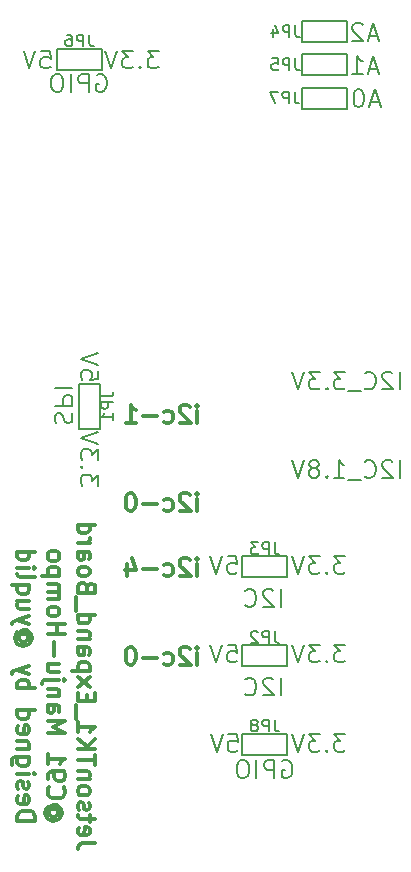
<source format=gbo>
G04 #@! TF.FileFunction,Legend,Bot*
%FSLAX46Y46*%
G04 Gerber Fmt 4.6, Leading zero omitted, Abs format (unit mm)*
G04 Created by KiCad (PCBNEW 4.0.4-stable) date 12/18/16 13:30:46*
%MOMM*%
%LPD*%
G01*
G04 APERTURE LIST*
%ADD10C,0.100000*%
%ADD11C,0.300000*%
%ADD12C,0.200000*%
%ADD13C,0.150000*%
%ADD14R,1.350000X1.350000*%
%ADD15C,1.350000*%
%ADD16R,1.270000X0.965200*%
%ADD17R,0.965200X1.270000*%
%ADD18R,2.235200X2.235200*%
%ADD19R,2.032000X2.032000*%
%ADD20O,2.032000X2.032000*%
%ADD21R,2.032000X1.727200*%
%ADD22O,2.032000X1.727200*%
%ADD23R,1.750000X1.750000*%
%ADD24C,1.750000*%
%ADD25R,2.500000X2.500000*%
%ADD26C,2.500000*%
%ADD27C,1.501140*%
%ADD28R,1.700000X1.700000*%
%ADD29C,1.700000*%
G04 APERTURE END LIST*
D10*
D11*
X147921429Y-131900000D02*
X146850000Y-131900000D01*
X146635714Y-131971428D01*
X146492857Y-132114285D01*
X146421429Y-132328571D01*
X146421429Y-132471428D01*
X146492857Y-130614286D02*
X146421429Y-130757143D01*
X146421429Y-131042857D01*
X146492857Y-131185714D01*
X146635714Y-131257143D01*
X147207143Y-131257143D01*
X147350000Y-131185714D01*
X147421429Y-131042857D01*
X147421429Y-130757143D01*
X147350000Y-130614286D01*
X147207143Y-130542857D01*
X147064286Y-130542857D01*
X146921429Y-131257143D01*
X147421429Y-130114286D02*
X147421429Y-129542857D01*
X147921429Y-129900000D02*
X146635714Y-129900000D01*
X146492857Y-129828572D01*
X146421429Y-129685714D01*
X146421429Y-129542857D01*
X146492857Y-129114286D02*
X146421429Y-128971429D01*
X146421429Y-128685714D01*
X146492857Y-128542857D01*
X146635714Y-128471429D01*
X146707143Y-128471429D01*
X146850000Y-128542857D01*
X146921429Y-128685714D01*
X146921429Y-128900000D01*
X146992857Y-129042857D01*
X147135714Y-129114286D01*
X147207143Y-129114286D01*
X147350000Y-129042857D01*
X147421429Y-128900000D01*
X147421429Y-128685714D01*
X147350000Y-128542857D01*
X146421429Y-127614285D02*
X146492857Y-127757143D01*
X146564286Y-127828571D01*
X146707143Y-127900000D01*
X147135714Y-127900000D01*
X147278571Y-127828571D01*
X147350000Y-127757143D01*
X147421429Y-127614285D01*
X147421429Y-127400000D01*
X147350000Y-127257143D01*
X147278571Y-127185714D01*
X147135714Y-127114285D01*
X146707143Y-127114285D01*
X146564286Y-127185714D01*
X146492857Y-127257143D01*
X146421429Y-127400000D01*
X146421429Y-127614285D01*
X147421429Y-126471428D02*
X146421429Y-126471428D01*
X147278571Y-126471428D02*
X147350000Y-126400000D01*
X147421429Y-126257142D01*
X147421429Y-126042857D01*
X147350000Y-125900000D01*
X147207143Y-125828571D01*
X146421429Y-125828571D01*
X147921429Y-125328571D02*
X147921429Y-124471428D01*
X146421429Y-124899999D02*
X147921429Y-124899999D01*
X146421429Y-123971428D02*
X147921429Y-123971428D01*
X146421429Y-123114285D02*
X147278571Y-123757142D01*
X147921429Y-123114285D02*
X147064286Y-123971428D01*
X146421429Y-121685714D02*
X146421429Y-122542857D01*
X146421429Y-122114285D02*
X147921429Y-122114285D01*
X147707143Y-122257142D01*
X147564286Y-122400000D01*
X147492857Y-122542857D01*
X146278571Y-121400000D02*
X146278571Y-120257143D01*
X147207143Y-119900000D02*
X147207143Y-119400000D01*
X146421429Y-119185714D02*
X146421429Y-119900000D01*
X147921429Y-119900000D01*
X147921429Y-119185714D01*
X146421429Y-118685714D02*
X147421429Y-117900000D01*
X147421429Y-118685714D02*
X146421429Y-117900000D01*
X147421429Y-117328571D02*
X145921429Y-117328571D01*
X147350000Y-117328571D02*
X147421429Y-117185714D01*
X147421429Y-116900000D01*
X147350000Y-116757143D01*
X147278571Y-116685714D01*
X147135714Y-116614285D01*
X146707143Y-116614285D01*
X146564286Y-116685714D01*
X146492857Y-116757143D01*
X146421429Y-116900000D01*
X146421429Y-117185714D01*
X146492857Y-117328571D01*
X146421429Y-115328571D02*
X147207143Y-115328571D01*
X147350000Y-115400000D01*
X147421429Y-115542857D01*
X147421429Y-115828571D01*
X147350000Y-115971428D01*
X146492857Y-115328571D02*
X146421429Y-115471428D01*
X146421429Y-115828571D01*
X146492857Y-115971428D01*
X146635714Y-116042857D01*
X146778571Y-116042857D01*
X146921429Y-115971428D01*
X146992857Y-115828571D01*
X146992857Y-115471428D01*
X147064286Y-115328571D01*
X147421429Y-114614285D02*
X146421429Y-114614285D01*
X147278571Y-114614285D02*
X147350000Y-114542857D01*
X147421429Y-114399999D01*
X147421429Y-114185714D01*
X147350000Y-114042857D01*
X147207143Y-113971428D01*
X146421429Y-113971428D01*
X146421429Y-112614285D02*
X147921429Y-112614285D01*
X146492857Y-112614285D02*
X146421429Y-112757142D01*
X146421429Y-113042856D01*
X146492857Y-113185714D01*
X146564286Y-113257142D01*
X146707143Y-113328571D01*
X147135714Y-113328571D01*
X147278571Y-113257142D01*
X147350000Y-113185714D01*
X147421429Y-113042856D01*
X147421429Y-112757142D01*
X147350000Y-112614285D01*
X146278571Y-112257142D02*
X146278571Y-111114285D01*
X147207143Y-110257142D02*
X147135714Y-110042856D01*
X147064286Y-109971428D01*
X146921429Y-109899999D01*
X146707143Y-109899999D01*
X146564286Y-109971428D01*
X146492857Y-110042856D01*
X146421429Y-110185714D01*
X146421429Y-110757142D01*
X147921429Y-110757142D01*
X147921429Y-110257142D01*
X147850000Y-110114285D01*
X147778571Y-110042856D01*
X147635714Y-109971428D01*
X147492857Y-109971428D01*
X147350000Y-110042856D01*
X147278571Y-110114285D01*
X147207143Y-110257142D01*
X147207143Y-110757142D01*
X146421429Y-109042856D02*
X146492857Y-109185714D01*
X146564286Y-109257142D01*
X146707143Y-109328571D01*
X147135714Y-109328571D01*
X147278571Y-109257142D01*
X147350000Y-109185714D01*
X147421429Y-109042856D01*
X147421429Y-108828571D01*
X147350000Y-108685714D01*
X147278571Y-108614285D01*
X147135714Y-108542856D01*
X146707143Y-108542856D01*
X146564286Y-108614285D01*
X146492857Y-108685714D01*
X146421429Y-108828571D01*
X146421429Y-109042856D01*
X146421429Y-107257142D02*
X147207143Y-107257142D01*
X147350000Y-107328571D01*
X147421429Y-107471428D01*
X147421429Y-107757142D01*
X147350000Y-107899999D01*
X146492857Y-107257142D02*
X146421429Y-107399999D01*
X146421429Y-107757142D01*
X146492857Y-107899999D01*
X146635714Y-107971428D01*
X146778571Y-107971428D01*
X146921429Y-107899999D01*
X146992857Y-107757142D01*
X146992857Y-107399999D01*
X147064286Y-107257142D01*
X146421429Y-106542856D02*
X147421429Y-106542856D01*
X147135714Y-106542856D02*
X147278571Y-106471428D01*
X147350000Y-106399999D01*
X147421429Y-106257142D01*
X147421429Y-106114285D01*
X146421429Y-104971428D02*
X147921429Y-104971428D01*
X146492857Y-104971428D02*
X146421429Y-105114285D01*
X146421429Y-105399999D01*
X146492857Y-105542857D01*
X146564286Y-105614285D01*
X146707143Y-105685714D01*
X147135714Y-105685714D01*
X147278571Y-105614285D01*
X147350000Y-105542857D01*
X147421429Y-105399999D01*
X147421429Y-105114285D01*
X147350000Y-104971428D01*
X144585714Y-129078572D02*
X144657143Y-129150000D01*
X144728571Y-129292857D01*
X144728571Y-129435715D01*
X144657143Y-129578572D01*
X144585714Y-129650000D01*
X144442857Y-129721429D01*
X144300000Y-129721429D01*
X144157143Y-129650000D01*
X144085714Y-129578572D01*
X144014286Y-129435715D01*
X144014286Y-129292857D01*
X144085714Y-129150000D01*
X144157143Y-129078572D01*
X144728571Y-129078572D02*
X144157143Y-129078572D01*
X144085714Y-129007143D01*
X144085714Y-128935715D01*
X144157143Y-128792857D01*
X144300000Y-128721429D01*
X144657143Y-128721429D01*
X144871429Y-128864286D01*
X145014286Y-129078572D01*
X145085714Y-129364286D01*
X145014286Y-129650000D01*
X144871429Y-129864286D01*
X144657143Y-130007143D01*
X144371429Y-130078572D01*
X144085714Y-130007143D01*
X143871429Y-129864286D01*
X143728571Y-129650000D01*
X143657143Y-129364286D01*
X143728571Y-129078572D01*
X143871429Y-128864286D01*
X144014286Y-127221429D02*
X143942857Y-127292858D01*
X143871429Y-127507144D01*
X143871429Y-127650001D01*
X143942857Y-127864286D01*
X144085714Y-128007144D01*
X144228571Y-128078572D01*
X144514286Y-128150001D01*
X144728571Y-128150001D01*
X145014286Y-128078572D01*
X145157143Y-128007144D01*
X145300000Y-127864286D01*
X145371429Y-127650001D01*
X145371429Y-127507144D01*
X145300000Y-127292858D01*
X145228571Y-127221429D01*
X143871429Y-126507144D02*
X143871429Y-126221429D01*
X143942857Y-126078572D01*
X144014286Y-126007144D01*
X144228571Y-125864286D01*
X144514286Y-125792858D01*
X145085714Y-125792858D01*
X145228571Y-125864286D01*
X145300000Y-125935715D01*
X145371429Y-126078572D01*
X145371429Y-126364286D01*
X145300000Y-126507144D01*
X145228571Y-126578572D01*
X145085714Y-126650001D01*
X144728571Y-126650001D01*
X144585714Y-126578572D01*
X144514286Y-126507144D01*
X144442857Y-126364286D01*
X144442857Y-126078572D01*
X144514286Y-125935715D01*
X144585714Y-125864286D01*
X144728571Y-125792858D01*
X143871429Y-124364287D02*
X143871429Y-125221430D01*
X143871429Y-124792858D02*
X145371429Y-124792858D01*
X145157143Y-124935715D01*
X145014286Y-125078573D01*
X144942857Y-125221430D01*
X143871429Y-122578573D02*
X145371429Y-122578573D01*
X144300000Y-122078573D01*
X145371429Y-121578573D01*
X143871429Y-121578573D01*
X143871429Y-120221430D02*
X144657143Y-120221430D01*
X144800000Y-120292859D01*
X144871429Y-120435716D01*
X144871429Y-120721430D01*
X144800000Y-120864287D01*
X143942857Y-120221430D02*
X143871429Y-120364287D01*
X143871429Y-120721430D01*
X143942857Y-120864287D01*
X144085714Y-120935716D01*
X144228571Y-120935716D01*
X144371429Y-120864287D01*
X144442857Y-120721430D01*
X144442857Y-120364287D01*
X144514286Y-120221430D01*
X144871429Y-119507144D02*
X143871429Y-119507144D01*
X144728571Y-119507144D02*
X144800000Y-119435716D01*
X144871429Y-119292858D01*
X144871429Y-119078573D01*
X144800000Y-118935716D01*
X144657143Y-118864287D01*
X143871429Y-118864287D01*
X144871429Y-118150001D02*
X143585714Y-118150001D01*
X143442857Y-118221430D01*
X143371429Y-118364287D01*
X143371429Y-118435715D01*
X145371429Y-118150001D02*
X145300000Y-118221430D01*
X145228571Y-118150001D01*
X145300000Y-118078573D01*
X145371429Y-118150001D01*
X145228571Y-118150001D01*
X144871429Y-116792858D02*
X143871429Y-116792858D01*
X144871429Y-117435715D02*
X144085714Y-117435715D01*
X143942857Y-117364287D01*
X143871429Y-117221429D01*
X143871429Y-117007144D01*
X143942857Y-116864287D01*
X144014286Y-116792858D01*
X144442857Y-116078572D02*
X144442857Y-114935715D01*
X143871429Y-114221429D02*
X145371429Y-114221429D01*
X144657143Y-114221429D02*
X144657143Y-113364286D01*
X143871429Y-113364286D02*
X145371429Y-113364286D01*
X143871429Y-112435714D02*
X143942857Y-112578572D01*
X144014286Y-112650000D01*
X144157143Y-112721429D01*
X144585714Y-112721429D01*
X144728571Y-112650000D01*
X144800000Y-112578572D01*
X144871429Y-112435714D01*
X144871429Y-112221429D01*
X144800000Y-112078572D01*
X144728571Y-112007143D01*
X144585714Y-111935714D01*
X144157143Y-111935714D01*
X144014286Y-112007143D01*
X143942857Y-112078572D01*
X143871429Y-112221429D01*
X143871429Y-112435714D01*
X143871429Y-111292857D02*
X144871429Y-111292857D01*
X144728571Y-111292857D02*
X144800000Y-111221429D01*
X144871429Y-111078571D01*
X144871429Y-110864286D01*
X144800000Y-110721429D01*
X144657143Y-110650000D01*
X143871429Y-110650000D01*
X144657143Y-110650000D02*
X144800000Y-110578571D01*
X144871429Y-110435714D01*
X144871429Y-110221429D01*
X144800000Y-110078571D01*
X144657143Y-110007143D01*
X143871429Y-110007143D01*
X144871429Y-109292857D02*
X143371429Y-109292857D01*
X144800000Y-109292857D02*
X144871429Y-109150000D01*
X144871429Y-108864286D01*
X144800000Y-108721429D01*
X144728571Y-108650000D01*
X144585714Y-108578571D01*
X144157143Y-108578571D01*
X144014286Y-108650000D01*
X143942857Y-108721429D01*
X143871429Y-108864286D01*
X143871429Y-109150000D01*
X143942857Y-109292857D01*
X143871429Y-107721428D02*
X143942857Y-107864286D01*
X144014286Y-107935714D01*
X144157143Y-108007143D01*
X144585714Y-108007143D01*
X144728571Y-107935714D01*
X144800000Y-107864286D01*
X144871429Y-107721428D01*
X144871429Y-107507143D01*
X144800000Y-107364286D01*
X144728571Y-107292857D01*
X144585714Y-107221428D01*
X144157143Y-107221428D01*
X144014286Y-107292857D01*
X143942857Y-107364286D01*
X143871429Y-107507143D01*
X143871429Y-107721428D01*
X141321429Y-130042857D02*
X142821429Y-130042857D01*
X142821429Y-129685714D01*
X142750000Y-129471429D01*
X142607143Y-129328571D01*
X142464286Y-129257143D01*
X142178571Y-129185714D01*
X141964286Y-129185714D01*
X141678571Y-129257143D01*
X141535714Y-129328571D01*
X141392857Y-129471429D01*
X141321429Y-129685714D01*
X141321429Y-130042857D01*
X141392857Y-127971429D02*
X141321429Y-128114286D01*
X141321429Y-128400000D01*
X141392857Y-128542857D01*
X141535714Y-128614286D01*
X142107143Y-128614286D01*
X142250000Y-128542857D01*
X142321429Y-128400000D01*
X142321429Y-128114286D01*
X142250000Y-127971429D01*
X142107143Y-127900000D01*
X141964286Y-127900000D01*
X141821429Y-128614286D01*
X141392857Y-127328572D02*
X141321429Y-127185715D01*
X141321429Y-126900000D01*
X141392857Y-126757143D01*
X141535714Y-126685715D01*
X141607143Y-126685715D01*
X141750000Y-126757143D01*
X141821429Y-126900000D01*
X141821429Y-127114286D01*
X141892857Y-127257143D01*
X142035714Y-127328572D01*
X142107143Y-127328572D01*
X142250000Y-127257143D01*
X142321429Y-127114286D01*
X142321429Y-126900000D01*
X142250000Y-126757143D01*
X141321429Y-126042857D02*
X142321429Y-126042857D01*
X142821429Y-126042857D02*
X142750000Y-126114286D01*
X142678571Y-126042857D01*
X142750000Y-125971429D01*
X142821429Y-126042857D01*
X142678571Y-126042857D01*
X142321429Y-124685714D02*
X141107143Y-124685714D01*
X140964286Y-124757143D01*
X140892857Y-124828571D01*
X140821429Y-124971428D01*
X140821429Y-125185714D01*
X140892857Y-125328571D01*
X141392857Y-124685714D02*
X141321429Y-124828571D01*
X141321429Y-125114285D01*
X141392857Y-125257143D01*
X141464286Y-125328571D01*
X141607143Y-125400000D01*
X142035714Y-125400000D01*
X142178571Y-125328571D01*
X142250000Y-125257143D01*
X142321429Y-125114285D01*
X142321429Y-124828571D01*
X142250000Y-124685714D01*
X142321429Y-123971428D02*
X141321429Y-123971428D01*
X142178571Y-123971428D02*
X142250000Y-123900000D01*
X142321429Y-123757142D01*
X142321429Y-123542857D01*
X142250000Y-123400000D01*
X142107143Y-123328571D01*
X141321429Y-123328571D01*
X141392857Y-122042857D02*
X141321429Y-122185714D01*
X141321429Y-122471428D01*
X141392857Y-122614285D01*
X141535714Y-122685714D01*
X142107143Y-122685714D01*
X142250000Y-122614285D01*
X142321429Y-122471428D01*
X142321429Y-122185714D01*
X142250000Y-122042857D01*
X142107143Y-121971428D01*
X141964286Y-121971428D01*
X141821429Y-122685714D01*
X141321429Y-120685714D02*
X142821429Y-120685714D01*
X141392857Y-120685714D02*
X141321429Y-120828571D01*
X141321429Y-121114285D01*
X141392857Y-121257143D01*
X141464286Y-121328571D01*
X141607143Y-121400000D01*
X142035714Y-121400000D01*
X142178571Y-121328571D01*
X142250000Y-121257143D01*
X142321429Y-121114285D01*
X142321429Y-120828571D01*
X142250000Y-120685714D01*
X141321429Y-118828571D02*
X142821429Y-118828571D01*
X142250000Y-118828571D02*
X142321429Y-118685714D01*
X142321429Y-118400000D01*
X142250000Y-118257143D01*
X142178571Y-118185714D01*
X142035714Y-118114285D01*
X141607143Y-118114285D01*
X141464286Y-118185714D01*
X141392857Y-118257143D01*
X141321429Y-118400000D01*
X141321429Y-118685714D01*
X141392857Y-118828571D01*
X142321429Y-117614285D02*
X141321429Y-117257142D01*
X142321429Y-116900000D02*
X141321429Y-117257142D01*
X140964286Y-117400000D01*
X140892857Y-117471428D01*
X140821429Y-117614285D01*
X142035714Y-114257143D02*
X142107143Y-114328571D01*
X142178571Y-114471428D01*
X142178571Y-114614286D01*
X142107143Y-114757143D01*
X142035714Y-114828571D01*
X141892857Y-114900000D01*
X141750000Y-114900000D01*
X141607143Y-114828571D01*
X141535714Y-114757143D01*
X141464286Y-114614286D01*
X141464286Y-114471428D01*
X141535714Y-114328571D01*
X141607143Y-114257143D01*
X142178571Y-114257143D02*
X141607143Y-114257143D01*
X141535714Y-114185714D01*
X141535714Y-114114286D01*
X141607143Y-113971428D01*
X141750000Y-113900000D01*
X142107143Y-113900000D01*
X142321429Y-114042857D01*
X142464286Y-114257143D01*
X142535714Y-114542857D01*
X142464286Y-114828571D01*
X142321429Y-115042857D01*
X142107143Y-115185714D01*
X141821429Y-115257143D01*
X141535714Y-115185714D01*
X141321429Y-115042857D01*
X141178571Y-114828571D01*
X141107143Y-114542857D01*
X141178571Y-114257143D01*
X141321429Y-114042857D01*
X142321429Y-113400000D02*
X141321429Y-113042857D01*
X142321429Y-112685715D02*
X141321429Y-113042857D01*
X140964286Y-113185715D01*
X140892857Y-113257143D01*
X140821429Y-113400000D01*
X142321429Y-111471429D02*
X141321429Y-111471429D01*
X142321429Y-112114286D02*
X141535714Y-112114286D01*
X141392857Y-112042858D01*
X141321429Y-111900000D01*
X141321429Y-111685715D01*
X141392857Y-111542858D01*
X141464286Y-111471429D01*
X142321429Y-110114286D02*
X140821429Y-110114286D01*
X141392857Y-110114286D02*
X141321429Y-110257143D01*
X141321429Y-110542857D01*
X141392857Y-110685715D01*
X141464286Y-110757143D01*
X141607143Y-110828572D01*
X142035714Y-110828572D01*
X142178571Y-110757143D01*
X142250000Y-110685715D01*
X142321429Y-110542857D01*
X142321429Y-110257143D01*
X142250000Y-110114286D01*
X141321429Y-109185714D02*
X141392857Y-109328572D01*
X141535714Y-109400000D01*
X142821429Y-109400000D01*
X141321429Y-108614286D02*
X142321429Y-108614286D01*
X142821429Y-108614286D02*
X142750000Y-108685715D01*
X142678571Y-108614286D01*
X142750000Y-108542858D01*
X142821429Y-108614286D01*
X142678571Y-108614286D01*
X141321429Y-107257143D02*
X142821429Y-107257143D01*
X141392857Y-107257143D02*
X141321429Y-107400000D01*
X141321429Y-107685714D01*
X141392857Y-107828572D01*
X141464286Y-107900000D01*
X141607143Y-107971429D01*
X142035714Y-107971429D01*
X142178571Y-107900000D01*
X142250000Y-107828572D01*
X142321429Y-107685714D01*
X142321429Y-107400000D01*
X142250000Y-107257143D01*
X156549999Y-96328571D02*
X156549999Y-95328571D01*
X156549999Y-94828571D02*
X156621428Y-94900000D01*
X156549999Y-94971429D01*
X156478571Y-94900000D01*
X156549999Y-94828571D01*
X156549999Y-94971429D01*
X155907142Y-94971429D02*
X155835713Y-94900000D01*
X155692856Y-94828571D01*
X155335713Y-94828571D01*
X155192856Y-94900000D01*
X155121427Y-94971429D01*
X155049999Y-95114286D01*
X155049999Y-95257143D01*
X155121427Y-95471429D01*
X155978570Y-96328571D01*
X155049999Y-96328571D01*
X153764285Y-96257143D02*
X153907142Y-96328571D01*
X154192856Y-96328571D01*
X154335714Y-96257143D01*
X154407142Y-96185714D01*
X154478571Y-96042857D01*
X154478571Y-95614286D01*
X154407142Y-95471429D01*
X154335714Y-95400000D01*
X154192856Y-95328571D01*
X153907142Y-95328571D01*
X153764285Y-95400000D01*
X153121428Y-95757143D02*
X151978571Y-95757143D01*
X150478571Y-96328571D02*
X151335714Y-96328571D01*
X150907142Y-96328571D02*
X150907142Y-94828571D01*
X151049999Y-95042857D01*
X151192857Y-95185714D01*
X151335714Y-95257143D01*
X156549999Y-103828571D02*
X156549999Y-102828571D01*
X156549999Y-102328571D02*
X156621428Y-102400000D01*
X156549999Y-102471429D01*
X156478571Y-102400000D01*
X156549999Y-102328571D01*
X156549999Y-102471429D01*
X155907142Y-102471429D02*
X155835713Y-102400000D01*
X155692856Y-102328571D01*
X155335713Y-102328571D01*
X155192856Y-102400000D01*
X155121427Y-102471429D01*
X155049999Y-102614286D01*
X155049999Y-102757143D01*
X155121427Y-102971429D01*
X155978570Y-103828571D01*
X155049999Y-103828571D01*
X153764285Y-103757143D02*
X153907142Y-103828571D01*
X154192856Y-103828571D01*
X154335714Y-103757143D01*
X154407142Y-103685714D01*
X154478571Y-103542857D01*
X154478571Y-103114286D01*
X154407142Y-102971429D01*
X154335714Y-102900000D01*
X154192856Y-102828571D01*
X153907142Y-102828571D01*
X153764285Y-102900000D01*
X153121428Y-103257143D02*
X151978571Y-103257143D01*
X150978571Y-102328571D02*
X150835714Y-102328571D01*
X150692857Y-102400000D01*
X150621428Y-102471429D01*
X150549999Y-102614286D01*
X150478571Y-102900000D01*
X150478571Y-103257143D01*
X150549999Y-103542857D01*
X150621428Y-103685714D01*
X150692857Y-103757143D01*
X150835714Y-103828571D01*
X150978571Y-103828571D01*
X151121428Y-103757143D01*
X151192857Y-103685714D01*
X151264285Y-103542857D01*
X151335714Y-103257143D01*
X151335714Y-102900000D01*
X151264285Y-102614286D01*
X151192857Y-102471429D01*
X151121428Y-102400000D01*
X150978571Y-102328571D01*
X156549999Y-116828571D02*
X156549999Y-115828571D01*
X156549999Y-115328571D02*
X156621428Y-115400000D01*
X156549999Y-115471429D01*
X156478571Y-115400000D01*
X156549999Y-115328571D01*
X156549999Y-115471429D01*
X155907142Y-115471429D02*
X155835713Y-115400000D01*
X155692856Y-115328571D01*
X155335713Y-115328571D01*
X155192856Y-115400000D01*
X155121427Y-115471429D01*
X155049999Y-115614286D01*
X155049999Y-115757143D01*
X155121427Y-115971429D01*
X155978570Y-116828571D01*
X155049999Y-116828571D01*
X153764285Y-116757143D02*
X153907142Y-116828571D01*
X154192856Y-116828571D01*
X154335714Y-116757143D01*
X154407142Y-116685714D01*
X154478571Y-116542857D01*
X154478571Y-116114286D01*
X154407142Y-115971429D01*
X154335714Y-115900000D01*
X154192856Y-115828571D01*
X153907142Y-115828571D01*
X153764285Y-115900000D01*
X153121428Y-116257143D02*
X151978571Y-116257143D01*
X150978571Y-115328571D02*
X150835714Y-115328571D01*
X150692857Y-115400000D01*
X150621428Y-115471429D01*
X150549999Y-115614286D01*
X150478571Y-115900000D01*
X150478571Y-116257143D01*
X150549999Y-116542857D01*
X150621428Y-116685714D01*
X150692857Y-116757143D01*
X150835714Y-116828571D01*
X150978571Y-116828571D01*
X151121428Y-116757143D01*
X151192857Y-116685714D01*
X151264285Y-116542857D01*
X151335714Y-116257143D01*
X151335714Y-115900000D01*
X151264285Y-115614286D01*
X151192857Y-115471429D01*
X151121428Y-115400000D01*
X150978571Y-115328571D01*
X156549999Y-109328571D02*
X156549999Y-108328571D01*
X156549999Y-107828571D02*
X156621428Y-107900000D01*
X156549999Y-107971429D01*
X156478571Y-107900000D01*
X156549999Y-107828571D01*
X156549999Y-107971429D01*
X155907142Y-107971429D02*
X155835713Y-107900000D01*
X155692856Y-107828571D01*
X155335713Y-107828571D01*
X155192856Y-107900000D01*
X155121427Y-107971429D01*
X155049999Y-108114286D01*
X155049999Y-108257143D01*
X155121427Y-108471429D01*
X155978570Y-109328571D01*
X155049999Y-109328571D01*
X153764285Y-109257143D02*
X153907142Y-109328571D01*
X154192856Y-109328571D01*
X154335714Y-109257143D01*
X154407142Y-109185714D01*
X154478571Y-109042857D01*
X154478571Y-108614286D01*
X154407142Y-108471429D01*
X154335714Y-108400000D01*
X154192856Y-108328571D01*
X153907142Y-108328571D01*
X153764285Y-108400000D01*
X153121428Y-108757143D02*
X151978571Y-108757143D01*
X150621428Y-108328571D02*
X150621428Y-109328571D01*
X150978571Y-107757143D02*
X151335714Y-108828571D01*
X150407142Y-108828571D01*
D12*
X148050000Y-66900000D02*
X148192857Y-66828571D01*
X148407143Y-66828571D01*
X148621428Y-66900000D01*
X148764286Y-67042857D01*
X148835714Y-67185714D01*
X148907143Y-67471429D01*
X148907143Y-67685714D01*
X148835714Y-67971429D01*
X148764286Y-68114286D01*
X148621428Y-68257143D01*
X148407143Y-68328571D01*
X148264286Y-68328571D01*
X148050000Y-68257143D01*
X147978571Y-68185714D01*
X147978571Y-67685714D01*
X148264286Y-67685714D01*
X147335714Y-68328571D02*
X147335714Y-66828571D01*
X146764286Y-66828571D01*
X146621428Y-66900000D01*
X146550000Y-66971429D01*
X146478571Y-67114286D01*
X146478571Y-67328571D01*
X146550000Y-67471429D01*
X146621428Y-67542857D01*
X146764286Y-67614286D01*
X147335714Y-67614286D01*
X145835714Y-68328571D02*
X145835714Y-66828571D01*
X144835714Y-66828571D02*
X144550000Y-66828571D01*
X144407142Y-66900000D01*
X144264285Y-67042857D01*
X144192857Y-67328571D01*
X144192857Y-67828571D01*
X144264285Y-68114286D01*
X144407142Y-68257143D01*
X144550000Y-68328571D01*
X144835714Y-68328571D01*
X144978571Y-68257143D01*
X145121428Y-68114286D01*
X145192857Y-67828571D01*
X145192857Y-67328571D01*
X145121428Y-67042857D01*
X144978571Y-66900000D01*
X144835714Y-66828571D01*
X144542857Y-96385714D02*
X144471429Y-96171428D01*
X144471429Y-95814285D01*
X144542857Y-95671428D01*
X144614286Y-95599999D01*
X144757143Y-95528571D01*
X144900000Y-95528571D01*
X145042857Y-95599999D01*
X145114286Y-95671428D01*
X145185714Y-95814285D01*
X145257143Y-96099999D01*
X145328571Y-96242857D01*
X145400000Y-96314285D01*
X145542857Y-96385714D01*
X145685714Y-96385714D01*
X145828571Y-96314285D01*
X145900000Y-96242857D01*
X145971429Y-96099999D01*
X145971429Y-95742857D01*
X145900000Y-95528571D01*
X144471429Y-94885714D02*
X145971429Y-94885714D01*
X145971429Y-94314286D01*
X145900000Y-94171428D01*
X145828571Y-94100000D01*
X145685714Y-94028571D01*
X145471429Y-94028571D01*
X145328571Y-94100000D01*
X145257143Y-94171428D01*
X145185714Y-94314286D01*
X145185714Y-94885714D01*
X144471429Y-93385714D02*
X145971429Y-93385714D01*
X148171429Y-91935713D02*
X148171429Y-92649999D01*
X147457143Y-92721428D01*
X147528571Y-92649999D01*
X147600000Y-92507142D01*
X147600000Y-92149999D01*
X147528571Y-92007142D01*
X147457143Y-91935713D01*
X147314286Y-91864285D01*
X146957143Y-91864285D01*
X146814286Y-91935713D01*
X146742857Y-92007142D01*
X146671429Y-92149999D01*
X146671429Y-92507142D01*
X146742857Y-92649999D01*
X146814286Y-92721428D01*
X148171429Y-91435714D02*
X146671429Y-90935714D01*
X148171429Y-90435714D01*
X148171429Y-101664285D02*
X148171429Y-100735714D01*
X147600000Y-101235714D01*
X147600000Y-101021428D01*
X147528571Y-100878571D01*
X147457143Y-100807142D01*
X147314286Y-100735714D01*
X146957143Y-100735714D01*
X146814286Y-100807142D01*
X146742857Y-100878571D01*
X146671429Y-101021428D01*
X146671429Y-101450000D01*
X146742857Y-101592857D01*
X146814286Y-101664285D01*
X146814286Y-100092857D02*
X146742857Y-100021429D01*
X146671429Y-100092857D01*
X146742857Y-100164286D01*
X146814286Y-100092857D01*
X146671429Y-100092857D01*
X148171429Y-99521428D02*
X148171429Y-98592857D01*
X147600000Y-99092857D01*
X147600000Y-98878571D01*
X147528571Y-98735714D01*
X147457143Y-98664285D01*
X147314286Y-98592857D01*
X146957143Y-98592857D01*
X146814286Y-98664285D01*
X146742857Y-98735714D01*
X146671429Y-98878571D01*
X146671429Y-99307143D01*
X146742857Y-99450000D01*
X146814286Y-99521428D01*
X148171429Y-98164286D02*
X146671429Y-97664286D01*
X148171429Y-97164286D01*
X143335713Y-64828571D02*
X144049999Y-64828571D01*
X144121428Y-65542857D01*
X144049999Y-65471429D01*
X143907142Y-65400000D01*
X143549999Y-65400000D01*
X143407142Y-65471429D01*
X143335713Y-65542857D01*
X143264285Y-65685714D01*
X143264285Y-66042857D01*
X143335713Y-66185714D01*
X143407142Y-66257143D01*
X143549999Y-66328571D01*
X143907142Y-66328571D01*
X144049999Y-66257143D01*
X144121428Y-66185714D01*
X142835714Y-64828571D02*
X142335714Y-66328571D01*
X141835714Y-64828571D01*
X153264285Y-64828571D02*
X152335714Y-64828571D01*
X152835714Y-65400000D01*
X152621428Y-65400000D01*
X152478571Y-65471429D01*
X152407142Y-65542857D01*
X152335714Y-65685714D01*
X152335714Y-66042857D01*
X152407142Y-66185714D01*
X152478571Y-66257143D01*
X152621428Y-66328571D01*
X153050000Y-66328571D01*
X153192857Y-66257143D01*
X153264285Y-66185714D01*
X151692857Y-66185714D02*
X151621429Y-66257143D01*
X151692857Y-66328571D01*
X151764286Y-66257143D01*
X151692857Y-66185714D01*
X151692857Y-66328571D01*
X151121428Y-64828571D02*
X150192857Y-64828571D01*
X150692857Y-65400000D01*
X150478571Y-65400000D01*
X150335714Y-65471429D01*
X150264285Y-65542857D01*
X150192857Y-65685714D01*
X150192857Y-66042857D01*
X150264285Y-66185714D01*
X150335714Y-66257143D01*
X150478571Y-66328571D01*
X150907143Y-66328571D01*
X151050000Y-66257143D01*
X151121428Y-66185714D01*
X149764286Y-64828571D02*
X149264286Y-66328571D01*
X148764286Y-64828571D01*
X171821428Y-66400000D02*
X171107142Y-66400000D01*
X171964285Y-66828571D02*
X171464285Y-65328571D01*
X170964285Y-66828571D01*
X169678571Y-66828571D02*
X170535714Y-66828571D01*
X170107142Y-66828571D02*
X170107142Y-65328571D01*
X170249999Y-65542857D01*
X170392857Y-65685714D01*
X170535714Y-65757143D01*
X171921428Y-69200000D02*
X171207142Y-69200000D01*
X172064285Y-69628571D02*
X171564285Y-68128571D01*
X171064285Y-69628571D01*
X170278571Y-68128571D02*
X170135714Y-68128571D01*
X169992857Y-68200000D01*
X169921428Y-68271429D01*
X169849999Y-68414286D01*
X169778571Y-68700000D01*
X169778571Y-69057143D01*
X169849999Y-69342857D01*
X169921428Y-69485714D01*
X169992857Y-69557143D01*
X170135714Y-69628571D01*
X170278571Y-69628571D01*
X170421428Y-69557143D01*
X170492857Y-69485714D01*
X170564285Y-69342857D01*
X170635714Y-69057143D01*
X170635714Y-68700000D01*
X170564285Y-68414286D01*
X170492857Y-68271429D01*
X170421428Y-68200000D01*
X170278571Y-68128571D01*
X171821428Y-63600000D02*
X171107142Y-63600000D01*
X171964285Y-64028571D02*
X171464285Y-62528571D01*
X170964285Y-64028571D01*
X170535714Y-62671429D02*
X170464285Y-62600000D01*
X170321428Y-62528571D01*
X169964285Y-62528571D01*
X169821428Y-62600000D01*
X169749999Y-62671429D01*
X169678571Y-62814286D01*
X169678571Y-62957143D01*
X169749999Y-63171429D01*
X170607142Y-64028571D01*
X169678571Y-64028571D01*
X163750000Y-125000000D02*
X163892857Y-124928571D01*
X164107143Y-124928571D01*
X164321428Y-125000000D01*
X164464286Y-125142857D01*
X164535714Y-125285714D01*
X164607143Y-125571429D01*
X164607143Y-125785714D01*
X164535714Y-126071429D01*
X164464286Y-126214286D01*
X164321428Y-126357143D01*
X164107143Y-126428571D01*
X163964286Y-126428571D01*
X163750000Y-126357143D01*
X163678571Y-126285714D01*
X163678571Y-125785714D01*
X163964286Y-125785714D01*
X163035714Y-126428571D02*
X163035714Y-124928571D01*
X162464286Y-124928571D01*
X162321428Y-125000000D01*
X162250000Y-125071429D01*
X162178571Y-125214286D01*
X162178571Y-125428571D01*
X162250000Y-125571429D01*
X162321428Y-125642857D01*
X162464286Y-125714286D01*
X163035714Y-125714286D01*
X161535714Y-126428571D02*
X161535714Y-124928571D01*
X160535714Y-124928571D02*
X160250000Y-124928571D01*
X160107142Y-125000000D01*
X159964285Y-125142857D01*
X159892857Y-125428571D01*
X159892857Y-125928571D01*
X159964285Y-126214286D01*
X160107142Y-126357143D01*
X160250000Y-126428571D01*
X160535714Y-126428571D01*
X160678571Y-126357143D01*
X160821428Y-126214286D01*
X160892857Y-125928571D01*
X160892857Y-125428571D01*
X160821428Y-125142857D01*
X160678571Y-125000000D01*
X160535714Y-124928571D01*
X163614285Y-119428571D02*
X163614285Y-117928571D01*
X162971428Y-118071429D02*
X162899999Y-118000000D01*
X162757142Y-117928571D01*
X162399999Y-117928571D01*
X162257142Y-118000000D01*
X162185713Y-118071429D01*
X162114285Y-118214286D01*
X162114285Y-118357143D01*
X162185713Y-118571429D01*
X163042856Y-119428571D01*
X162114285Y-119428571D01*
X160614285Y-119285714D02*
X160685714Y-119357143D01*
X160900000Y-119428571D01*
X161042857Y-119428571D01*
X161257142Y-119357143D01*
X161400000Y-119214286D01*
X161471428Y-119071429D01*
X161542857Y-118785714D01*
X161542857Y-118571429D01*
X161471428Y-118285714D01*
X161400000Y-118142857D01*
X161257142Y-118000000D01*
X161042857Y-117928571D01*
X160900000Y-117928571D01*
X160685714Y-118000000D01*
X160614285Y-118071429D01*
X173714285Y-93528571D02*
X173714285Y-92028571D01*
X173071428Y-92171429D02*
X172999999Y-92100000D01*
X172857142Y-92028571D01*
X172499999Y-92028571D01*
X172357142Y-92100000D01*
X172285713Y-92171429D01*
X172214285Y-92314286D01*
X172214285Y-92457143D01*
X172285713Y-92671429D01*
X173142856Y-93528571D01*
X172214285Y-93528571D01*
X170714285Y-93385714D02*
X170785714Y-93457143D01*
X171000000Y-93528571D01*
X171142857Y-93528571D01*
X171357142Y-93457143D01*
X171500000Y-93314286D01*
X171571428Y-93171429D01*
X171642857Y-92885714D01*
X171642857Y-92671429D01*
X171571428Y-92385714D01*
X171500000Y-92242857D01*
X171357142Y-92100000D01*
X171142857Y-92028571D01*
X171000000Y-92028571D01*
X170785714Y-92100000D01*
X170714285Y-92171429D01*
X170428571Y-93671429D02*
X169285714Y-93671429D01*
X169071428Y-92028571D02*
X168142857Y-92028571D01*
X168642857Y-92600000D01*
X168428571Y-92600000D01*
X168285714Y-92671429D01*
X168214285Y-92742857D01*
X168142857Y-92885714D01*
X168142857Y-93242857D01*
X168214285Y-93385714D01*
X168285714Y-93457143D01*
X168428571Y-93528571D01*
X168857143Y-93528571D01*
X169000000Y-93457143D01*
X169071428Y-93385714D01*
X167500000Y-93385714D02*
X167428572Y-93457143D01*
X167500000Y-93528571D01*
X167571429Y-93457143D01*
X167500000Y-93385714D01*
X167500000Y-93528571D01*
X166928571Y-92028571D02*
X166000000Y-92028571D01*
X166500000Y-92600000D01*
X166285714Y-92600000D01*
X166142857Y-92671429D01*
X166071428Y-92742857D01*
X166000000Y-92885714D01*
X166000000Y-93242857D01*
X166071428Y-93385714D01*
X166142857Y-93457143D01*
X166285714Y-93528571D01*
X166714286Y-93528571D01*
X166857143Y-93457143D01*
X166928571Y-93385714D01*
X165571429Y-92028571D02*
X165071429Y-93528571D01*
X164571429Y-92028571D01*
X173714285Y-101028571D02*
X173714285Y-99528571D01*
X173071428Y-99671429D02*
X172999999Y-99600000D01*
X172857142Y-99528571D01*
X172499999Y-99528571D01*
X172357142Y-99600000D01*
X172285713Y-99671429D01*
X172214285Y-99814286D01*
X172214285Y-99957143D01*
X172285713Y-100171429D01*
X173142856Y-101028571D01*
X172214285Y-101028571D01*
X170714285Y-100885714D02*
X170785714Y-100957143D01*
X171000000Y-101028571D01*
X171142857Y-101028571D01*
X171357142Y-100957143D01*
X171500000Y-100814286D01*
X171571428Y-100671429D01*
X171642857Y-100385714D01*
X171642857Y-100171429D01*
X171571428Y-99885714D01*
X171500000Y-99742857D01*
X171357142Y-99600000D01*
X171142857Y-99528571D01*
X171000000Y-99528571D01*
X170785714Y-99600000D01*
X170714285Y-99671429D01*
X170428571Y-101171429D02*
X169285714Y-101171429D01*
X168142857Y-101028571D02*
X169000000Y-101028571D01*
X168571428Y-101028571D02*
X168571428Y-99528571D01*
X168714285Y-99742857D01*
X168857143Y-99885714D01*
X169000000Y-99957143D01*
X167500000Y-100885714D02*
X167428572Y-100957143D01*
X167500000Y-101028571D01*
X167571429Y-100957143D01*
X167500000Y-100885714D01*
X167500000Y-101028571D01*
X166571428Y-100171429D02*
X166714286Y-100100000D01*
X166785714Y-100028571D01*
X166857143Y-99885714D01*
X166857143Y-99814286D01*
X166785714Y-99671429D01*
X166714286Y-99600000D01*
X166571428Y-99528571D01*
X166285714Y-99528571D01*
X166142857Y-99600000D01*
X166071428Y-99671429D01*
X166000000Y-99814286D01*
X166000000Y-99885714D01*
X166071428Y-100028571D01*
X166142857Y-100100000D01*
X166285714Y-100171429D01*
X166571428Y-100171429D01*
X166714286Y-100242857D01*
X166785714Y-100314286D01*
X166857143Y-100457143D01*
X166857143Y-100742857D01*
X166785714Y-100885714D01*
X166714286Y-100957143D01*
X166571428Y-101028571D01*
X166285714Y-101028571D01*
X166142857Y-100957143D01*
X166071428Y-100885714D01*
X166000000Y-100742857D01*
X166000000Y-100457143D01*
X166071428Y-100314286D01*
X166142857Y-100242857D01*
X166285714Y-100171429D01*
X165571429Y-99528571D02*
X165071429Y-101028571D01*
X164571429Y-99528571D01*
X163614285Y-111928571D02*
X163614285Y-110428571D01*
X162971428Y-110571429D02*
X162899999Y-110500000D01*
X162757142Y-110428571D01*
X162399999Y-110428571D01*
X162257142Y-110500000D01*
X162185713Y-110571429D01*
X162114285Y-110714286D01*
X162114285Y-110857143D01*
X162185713Y-111071429D01*
X163042856Y-111928571D01*
X162114285Y-111928571D01*
X160614285Y-111785714D02*
X160685714Y-111857143D01*
X160900000Y-111928571D01*
X161042857Y-111928571D01*
X161257142Y-111857143D01*
X161400000Y-111714286D01*
X161471428Y-111571429D01*
X161542857Y-111285714D01*
X161542857Y-111071429D01*
X161471428Y-110785714D01*
X161400000Y-110642857D01*
X161257142Y-110500000D01*
X161042857Y-110428571D01*
X160900000Y-110428571D01*
X160685714Y-110500000D01*
X160614285Y-110571429D01*
X159135713Y-107628571D02*
X159849999Y-107628571D01*
X159921428Y-108342857D01*
X159849999Y-108271429D01*
X159707142Y-108200000D01*
X159349999Y-108200000D01*
X159207142Y-108271429D01*
X159135713Y-108342857D01*
X159064285Y-108485714D01*
X159064285Y-108842857D01*
X159135713Y-108985714D01*
X159207142Y-109057143D01*
X159349999Y-109128571D01*
X159707142Y-109128571D01*
X159849999Y-109057143D01*
X159921428Y-108985714D01*
X158635714Y-107628571D02*
X158135714Y-109128571D01*
X157635714Y-107628571D01*
X159135713Y-115128571D02*
X159849999Y-115128571D01*
X159921428Y-115842857D01*
X159849999Y-115771429D01*
X159707142Y-115700000D01*
X159349999Y-115700000D01*
X159207142Y-115771429D01*
X159135713Y-115842857D01*
X159064285Y-115985714D01*
X159064285Y-116342857D01*
X159135713Y-116485714D01*
X159207142Y-116557143D01*
X159349999Y-116628571D01*
X159707142Y-116628571D01*
X159849999Y-116557143D01*
X159921428Y-116485714D01*
X158635714Y-115128571D02*
X158135714Y-116628571D01*
X157635714Y-115128571D01*
X159185713Y-122678571D02*
X159899999Y-122678571D01*
X159971428Y-123392857D01*
X159899999Y-123321429D01*
X159757142Y-123250000D01*
X159399999Y-123250000D01*
X159257142Y-123321429D01*
X159185713Y-123392857D01*
X159114285Y-123535714D01*
X159114285Y-123892857D01*
X159185713Y-124035714D01*
X159257142Y-124107143D01*
X159399999Y-124178571D01*
X159757142Y-124178571D01*
X159899999Y-124107143D01*
X159971428Y-124035714D01*
X158685714Y-122678571D02*
X158185714Y-124178571D01*
X157685714Y-122678571D01*
X169064285Y-122678571D02*
X168135714Y-122678571D01*
X168635714Y-123250000D01*
X168421428Y-123250000D01*
X168278571Y-123321429D01*
X168207142Y-123392857D01*
X168135714Y-123535714D01*
X168135714Y-123892857D01*
X168207142Y-124035714D01*
X168278571Y-124107143D01*
X168421428Y-124178571D01*
X168850000Y-124178571D01*
X168992857Y-124107143D01*
X169064285Y-124035714D01*
X167492857Y-124035714D02*
X167421429Y-124107143D01*
X167492857Y-124178571D01*
X167564286Y-124107143D01*
X167492857Y-124035714D01*
X167492857Y-124178571D01*
X166921428Y-122678571D02*
X165992857Y-122678571D01*
X166492857Y-123250000D01*
X166278571Y-123250000D01*
X166135714Y-123321429D01*
X166064285Y-123392857D01*
X165992857Y-123535714D01*
X165992857Y-123892857D01*
X166064285Y-124035714D01*
X166135714Y-124107143D01*
X166278571Y-124178571D01*
X166707143Y-124178571D01*
X166850000Y-124107143D01*
X166921428Y-124035714D01*
X165564286Y-122678571D02*
X165064286Y-124178571D01*
X164564286Y-122678571D01*
X169064285Y-115128571D02*
X168135714Y-115128571D01*
X168635714Y-115700000D01*
X168421428Y-115700000D01*
X168278571Y-115771429D01*
X168207142Y-115842857D01*
X168135714Y-115985714D01*
X168135714Y-116342857D01*
X168207142Y-116485714D01*
X168278571Y-116557143D01*
X168421428Y-116628571D01*
X168850000Y-116628571D01*
X168992857Y-116557143D01*
X169064285Y-116485714D01*
X167492857Y-116485714D02*
X167421429Y-116557143D01*
X167492857Y-116628571D01*
X167564286Y-116557143D01*
X167492857Y-116485714D01*
X167492857Y-116628571D01*
X166921428Y-115128571D02*
X165992857Y-115128571D01*
X166492857Y-115700000D01*
X166278571Y-115700000D01*
X166135714Y-115771429D01*
X166064285Y-115842857D01*
X165992857Y-115985714D01*
X165992857Y-116342857D01*
X166064285Y-116485714D01*
X166135714Y-116557143D01*
X166278571Y-116628571D01*
X166707143Y-116628571D01*
X166850000Y-116557143D01*
X166921428Y-116485714D01*
X165564286Y-115128571D02*
X165064286Y-116628571D01*
X164564286Y-115128571D01*
X169064285Y-107628571D02*
X168135714Y-107628571D01*
X168635714Y-108200000D01*
X168421428Y-108200000D01*
X168278571Y-108271429D01*
X168207142Y-108342857D01*
X168135714Y-108485714D01*
X168135714Y-108842857D01*
X168207142Y-108985714D01*
X168278571Y-109057143D01*
X168421428Y-109128571D01*
X168850000Y-109128571D01*
X168992857Y-109057143D01*
X169064285Y-108985714D01*
X167492857Y-108985714D02*
X167421429Y-109057143D01*
X167492857Y-109128571D01*
X167564286Y-109057143D01*
X167492857Y-108985714D01*
X167492857Y-109128571D01*
X166921428Y-107628571D02*
X165992857Y-107628571D01*
X166492857Y-108200000D01*
X166278571Y-108200000D01*
X166135714Y-108271429D01*
X166064285Y-108342857D01*
X165992857Y-108485714D01*
X165992857Y-108842857D01*
X166064285Y-108985714D01*
X166135714Y-109057143D01*
X166278571Y-109128571D01*
X166707143Y-109128571D01*
X166850000Y-109057143D01*
X166921428Y-108985714D01*
X165564286Y-107628571D02*
X165064286Y-109128571D01*
X164564286Y-107628571D01*
D13*
X146561000Y-96855000D02*
X146561000Y-93045000D01*
X146561000Y-93045000D02*
X148339000Y-93045000D01*
X148339000Y-93045000D02*
X148339000Y-96855000D01*
X146561000Y-96855000D02*
X148339000Y-96855000D01*
X164155000Y-116939000D02*
X160345000Y-116939000D01*
X160345000Y-116939000D02*
X160345000Y-115161000D01*
X160345000Y-115161000D02*
X164155000Y-115161000D01*
X164155000Y-116939000D02*
X164155000Y-115161000D01*
X164155000Y-109439000D02*
X160345000Y-109439000D01*
X160345000Y-109439000D02*
X160345000Y-107661000D01*
X160345000Y-107661000D02*
X164155000Y-107661000D01*
X164155000Y-109439000D02*
X164155000Y-107661000D01*
X169255000Y-64139000D02*
X165445000Y-64139000D01*
X165445000Y-64139000D02*
X165445000Y-62361000D01*
X165445000Y-62361000D02*
X169255000Y-62361000D01*
X169255000Y-64139000D02*
X169255000Y-62361000D01*
X169255000Y-66939000D02*
X165445000Y-66939000D01*
X165445000Y-66939000D02*
X165445000Y-65161000D01*
X165445000Y-65161000D02*
X169255000Y-65161000D01*
X169255000Y-66939000D02*
X169255000Y-65161000D01*
X148455000Y-66439000D02*
X144645000Y-66439000D01*
X144645000Y-66439000D02*
X144645000Y-64661000D01*
X144645000Y-64661000D02*
X148455000Y-64661000D01*
X148455000Y-66439000D02*
X148455000Y-64661000D01*
X169255000Y-69739000D02*
X165445000Y-69739000D01*
X165445000Y-69739000D02*
X165445000Y-67961000D01*
X165445000Y-67961000D02*
X169255000Y-67961000D01*
X169255000Y-69739000D02*
X169255000Y-67961000D01*
X164155000Y-124439000D02*
X160345000Y-124439000D01*
X160345000Y-124439000D02*
X160345000Y-122661000D01*
X160345000Y-122661000D02*
X164155000Y-122661000D01*
X164155000Y-124439000D02*
X164155000Y-122661000D01*
X148426381Y-94116667D02*
X149140667Y-94116667D01*
X149283524Y-94069047D01*
X149378762Y-93973809D01*
X149426381Y-93830952D01*
X149426381Y-93735714D01*
X149426381Y-94592857D02*
X148426381Y-94592857D01*
X148426381Y-94973810D01*
X148474000Y-95069048D01*
X148521619Y-95116667D01*
X148616857Y-95164286D01*
X148759714Y-95164286D01*
X148854952Y-95116667D01*
X148902571Y-95069048D01*
X148950190Y-94973810D01*
X148950190Y-94592857D01*
X149426381Y-96116667D02*
X149426381Y-95545238D01*
X149426381Y-95830952D02*
X148426381Y-95830952D01*
X148569238Y-95735714D01*
X148664476Y-95640476D01*
X148712095Y-95545238D01*
X163083333Y-113978381D02*
X163083333Y-114692667D01*
X163130953Y-114835524D01*
X163226191Y-114930762D01*
X163369048Y-114978381D01*
X163464286Y-114978381D01*
X162607143Y-114978381D02*
X162607143Y-113978381D01*
X162226190Y-113978381D01*
X162130952Y-114026000D01*
X162083333Y-114073619D01*
X162035714Y-114168857D01*
X162035714Y-114311714D01*
X162083333Y-114406952D01*
X162130952Y-114454571D01*
X162226190Y-114502190D01*
X162607143Y-114502190D01*
X161654762Y-114073619D02*
X161607143Y-114026000D01*
X161511905Y-113978381D01*
X161273809Y-113978381D01*
X161178571Y-114026000D01*
X161130952Y-114073619D01*
X161083333Y-114168857D01*
X161083333Y-114264095D01*
X161130952Y-114406952D01*
X161702381Y-114978381D01*
X161083333Y-114978381D01*
X163083333Y-106478381D02*
X163083333Y-107192667D01*
X163130953Y-107335524D01*
X163226191Y-107430762D01*
X163369048Y-107478381D01*
X163464286Y-107478381D01*
X162607143Y-107478381D02*
X162607143Y-106478381D01*
X162226190Y-106478381D01*
X162130952Y-106526000D01*
X162083333Y-106573619D01*
X162035714Y-106668857D01*
X162035714Y-106811714D01*
X162083333Y-106906952D01*
X162130952Y-106954571D01*
X162226190Y-107002190D01*
X162607143Y-107002190D01*
X161702381Y-106478381D02*
X161083333Y-106478381D01*
X161416667Y-106859333D01*
X161273809Y-106859333D01*
X161178571Y-106906952D01*
X161130952Y-106954571D01*
X161083333Y-107049810D01*
X161083333Y-107287905D01*
X161130952Y-107383143D01*
X161178571Y-107430762D01*
X161273809Y-107478381D01*
X161559524Y-107478381D01*
X161654762Y-107430762D01*
X161702381Y-107383143D01*
X164826191Y-62702381D02*
X164826191Y-63416667D01*
X164873811Y-63559524D01*
X164969049Y-63654762D01*
X165111906Y-63702381D01*
X165207144Y-63702381D01*
X164350001Y-63702381D02*
X164350001Y-62702381D01*
X163969048Y-62702381D01*
X163873810Y-62750000D01*
X163826191Y-62797619D01*
X163778572Y-62892857D01*
X163778572Y-63035714D01*
X163826191Y-63130952D01*
X163873810Y-63178571D01*
X163969048Y-63226190D01*
X164350001Y-63226190D01*
X162921429Y-63035714D02*
X162921429Y-63702381D01*
X163159525Y-62654762D02*
X163397620Y-63369048D01*
X162778572Y-63369048D01*
X164826191Y-65502381D02*
X164826191Y-66216667D01*
X164873811Y-66359524D01*
X164969049Y-66454762D01*
X165111906Y-66502381D01*
X165207144Y-66502381D01*
X164350001Y-66502381D02*
X164350001Y-65502381D01*
X163969048Y-65502381D01*
X163873810Y-65550000D01*
X163826191Y-65597619D01*
X163778572Y-65692857D01*
X163778572Y-65835714D01*
X163826191Y-65930952D01*
X163873810Y-65978571D01*
X163969048Y-66026190D01*
X164350001Y-66026190D01*
X162873810Y-65502381D02*
X163350001Y-65502381D01*
X163397620Y-65978571D01*
X163350001Y-65930952D01*
X163254763Y-65883333D01*
X163016667Y-65883333D01*
X162921429Y-65930952D01*
X162873810Y-65978571D01*
X162826191Y-66073810D01*
X162826191Y-66311905D01*
X162873810Y-66407143D01*
X162921429Y-66454762D01*
X163016667Y-66502381D01*
X163254763Y-66502381D01*
X163350001Y-66454762D01*
X163397620Y-66407143D01*
X147383333Y-63478381D02*
X147383333Y-64192667D01*
X147430953Y-64335524D01*
X147526191Y-64430762D01*
X147669048Y-64478381D01*
X147764286Y-64478381D01*
X146907143Y-64478381D02*
X146907143Y-63478381D01*
X146526190Y-63478381D01*
X146430952Y-63526000D01*
X146383333Y-63573619D01*
X146335714Y-63668857D01*
X146335714Y-63811714D01*
X146383333Y-63906952D01*
X146430952Y-63954571D01*
X146526190Y-64002190D01*
X146907143Y-64002190D01*
X145478571Y-63478381D02*
X145669048Y-63478381D01*
X145764286Y-63526000D01*
X145811905Y-63573619D01*
X145907143Y-63716476D01*
X145954762Y-63906952D01*
X145954762Y-64287905D01*
X145907143Y-64383143D01*
X145859524Y-64430762D01*
X145764286Y-64478381D01*
X145573809Y-64478381D01*
X145478571Y-64430762D01*
X145430952Y-64383143D01*
X145383333Y-64287905D01*
X145383333Y-64049810D01*
X145430952Y-63954571D01*
X145478571Y-63906952D01*
X145573809Y-63859333D01*
X145764286Y-63859333D01*
X145859524Y-63906952D01*
X145907143Y-63954571D01*
X145954762Y-64049810D01*
X164783333Y-68302381D02*
X164783333Y-69016667D01*
X164830953Y-69159524D01*
X164926191Y-69254762D01*
X165069048Y-69302381D01*
X165164286Y-69302381D01*
X164307143Y-69302381D02*
X164307143Y-68302381D01*
X163926190Y-68302381D01*
X163830952Y-68350000D01*
X163783333Y-68397619D01*
X163735714Y-68492857D01*
X163735714Y-68635714D01*
X163783333Y-68730952D01*
X163830952Y-68778571D01*
X163926190Y-68826190D01*
X164307143Y-68826190D01*
X163402381Y-68302381D02*
X162735714Y-68302381D01*
X163164286Y-69302381D01*
X163083333Y-121478381D02*
X163083333Y-122192667D01*
X163130953Y-122335524D01*
X163226191Y-122430762D01*
X163369048Y-122478381D01*
X163464286Y-122478381D01*
X162607143Y-122478381D02*
X162607143Y-121478381D01*
X162226190Y-121478381D01*
X162130952Y-121526000D01*
X162083333Y-121573619D01*
X162035714Y-121668857D01*
X162035714Y-121811714D01*
X162083333Y-121906952D01*
X162130952Y-121954571D01*
X162226190Y-122002190D01*
X162607143Y-122002190D01*
X161464286Y-121906952D02*
X161559524Y-121859333D01*
X161607143Y-121811714D01*
X161654762Y-121716476D01*
X161654762Y-121668857D01*
X161607143Y-121573619D01*
X161559524Y-121526000D01*
X161464286Y-121478381D01*
X161273809Y-121478381D01*
X161178571Y-121526000D01*
X161130952Y-121573619D01*
X161083333Y-121668857D01*
X161083333Y-121716476D01*
X161130952Y-121811714D01*
X161178571Y-121859333D01*
X161273809Y-121906952D01*
X161464286Y-121906952D01*
X161559524Y-121954571D01*
X161607143Y-122002190D01*
X161654762Y-122097429D01*
X161654762Y-122287905D01*
X161607143Y-122383143D01*
X161559524Y-122430762D01*
X161464286Y-122478381D01*
X161273809Y-122478381D01*
X161178571Y-122430762D01*
X161130952Y-122383143D01*
X161083333Y-122287905D01*
X161083333Y-122097429D01*
X161130952Y-122002190D01*
X161178571Y-121954571D01*
X161273809Y-121906952D01*
%LPC*%
D14*
X134050000Y-80150000D03*
D15*
X134050000Y-82150000D03*
X134050000Y-84150000D03*
X134050000Y-86150000D03*
X134050000Y-88150000D03*
X134050000Y-90150000D03*
X134050000Y-92150000D03*
X134050000Y-94150000D03*
X134050000Y-96150000D03*
X134050000Y-98150000D03*
X134050000Y-100150000D03*
X134050000Y-102150000D03*
X134050000Y-104150000D03*
X134050000Y-106150000D03*
X134050000Y-108150000D03*
X134050000Y-110150000D03*
X134050000Y-112150000D03*
X134050000Y-114150000D03*
X134050000Y-116150000D03*
X134050000Y-118150000D03*
X134050000Y-120150000D03*
X134050000Y-122150000D03*
X134050000Y-124150000D03*
X134050000Y-126150000D03*
X134050000Y-128150000D03*
X136050000Y-80150000D03*
X136050000Y-82150000D03*
X136050000Y-84150000D03*
X136050000Y-86150000D03*
X136050000Y-88150000D03*
X136050000Y-90150000D03*
X136050000Y-92150000D03*
X136050000Y-94150000D03*
X136050000Y-96150000D03*
X136050000Y-98150000D03*
X136050000Y-100150000D03*
X136050000Y-102150000D03*
X136050000Y-104150000D03*
X136050000Y-106150000D03*
X136050000Y-108150000D03*
X136050000Y-110150000D03*
X136050000Y-112150000D03*
X136050000Y-114150000D03*
X136050000Y-116150000D03*
X136050000Y-118150000D03*
X136050000Y-120150000D03*
X136050000Y-122150000D03*
X136050000Y-124150000D03*
X136050000Y-126150000D03*
X136050000Y-128150000D03*
D16*
X147450000Y-96220000D03*
X147450000Y-94950000D03*
X147450000Y-93680000D03*
D17*
X163520000Y-116050000D03*
X162250000Y-116050000D03*
X160980000Y-116050000D03*
X163520000Y-108550000D03*
X162250000Y-108550000D03*
X160980000Y-108550000D03*
X168620000Y-63250000D03*
X167350000Y-63250000D03*
X166080000Y-63250000D03*
X168620000Y-66050000D03*
X167350000Y-66050000D03*
X166080000Y-66050000D03*
X147820000Y-65550000D03*
X146550000Y-65550000D03*
X145280000Y-65550000D03*
X168620000Y-68850000D03*
X167350000Y-68850000D03*
X166080000Y-68850000D03*
X163520000Y-123550000D03*
X162250000Y-123550000D03*
X160980000Y-123550000D03*
D14*
X128050000Y-80150000D03*
D15*
X128050000Y-82150000D03*
X128050000Y-84150000D03*
X128050000Y-86150000D03*
X128050000Y-88150000D03*
X128050000Y-90150000D03*
X128050000Y-92150000D03*
X128050000Y-94150000D03*
X128050000Y-96150000D03*
X128050000Y-98150000D03*
X128050000Y-100150000D03*
X128050000Y-102150000D03*
X128050000Y-104150000D03*
X128050000Y-106150000D03*
X128050000Y-108150000D03*
X128050000Y-110150000D03*
X128050000Y-112150000D03*
X128050000Y-114150000D03*
X128050000Y-116150000D03*
X128050000Y-118150000D03*
X128050000Y-120150000D03*
X128050000Y-122150000D03*
X128050000Y-124150000D03*
X128050000Y-126150000D03*
X128050000Y-128150000D03*
D14*
X130050000Y-80150000D03*
D15*
X130050000Y-82150000D03*
X130050000Y-84150000D03*
X130050000Y-86150000D03*
X130050000Y-88150000D03*
X130050000Y-90150000D03*
X130050000Y-92150000D03*
X130050000Y-94150000D03*
X130050000Y-96150000D03*
X130050000Y-98150000D03*
X130050000Y-100150000D03*
X130050000Y-102150000D03*
X130050000Y-104150000D03*
X130050000Y-106150000D03*
X130050000Y-108150000D03*
X130050000Y-110150000D03*
X130050000Y-112150000D03*
X130050000Y-114150000D03*
X130050000Y-116150000D03*
X130050000Y-118150000D03*
X130050000Y-120150000D03*
X130050000Y-122150000D03*
X130050000Y-124150000D03*
X130050000Y-126150000D03*
X130050000Y-128150000D03*
X132050000Y-80150000D03*
X132050000Y-82150000D03*
X132050000Y-84150000D03*
X132050000Y-86150000D03*
X132050000Y-88150000D03*
X132050000Y-90150000D03*
X132050000Y-92150000D03*
X132050000Y-94150000D03*
X132050000Y-96150000D03*
X132050000Y-98150000D03*
X132050000Y-100150000D03*
X132050000Y-102150000D03*
X132050000Y-104150000D03*
X132050000Y-106150000D03*
X132050000Y-108150000D03*
X132050000Y-110150000D03*
X132050000Y-112150000D03*
X132050000Y-114150000D03*
X132050000Y-116150000D03*
X132050000Y-118150000D03*
X132050000Y-120150000D03*
X132050000Y-122150000D03*
X132050000Y-124150000D03*
X132050000Y-126150000D03*
X132050000Y-128150000D03*
D18*
X173250000Y-62150000D03*
D19*
X170550000Y-74650000D03*
D20*
X168010000Y-74650000D03*
D21*
X164450000Y-80610000D03*
D22*
X164450000Y-83150000D03*
X164450000Y-85690000D03*
D23*
X166050000Y-117850000D03*
D24*
X168550000Y-117850000D03*
X171050000Y-117850000D03*
X173550000Y-117850000D03*
D23*
X166050000Y-110350000D03*
D24*
X168550000Y-110350000D03*
X171050000Y-110350000D03*
X173550000Y-110350000D03*
D23*
X166050000Y-95350000D03*
D24*
X168550000Y-95350000D03*
X171050000Y-95350000D03*
X173550000Y-95350000D03*
D23*
X166050000Y-102850000D03*
D24*
X168550000Y-102850000D03*
X171050000Y-102850000D03*
X173550000Y-102850000D03*
D23*
X173550000Y-130650000D03*
D24*
X171050000Y-130650000D03*
X168550000Y-130650000D03*
X166050000Y-130650000D03*
X163550000Y-130650000D03*
X161050000Y-130650000D03*
X158550000Y-130650000D03*
X156050000Y-130650000D03*
X153550000Y-130650000D03*
X151050000Y-130650000D03*
D25*
X171750000Y-84400000D03*
D26*
X171750000Y-79400000D03*
D27*
X149609060Y-80300000D03*
X154490940Y-80300000D03*
D28*
X146550000Y-56650000D03*
D29*
X146550000Y-54110000D03*
X149090000Y-56650000D03*
X149090000Y-54110000D03*
X151630000Y-56650000D03*
X151630000Y-54110000D03*
X154170000Y-56650000D03*
X154170000Y-54110000D03*
X156710000Y-56650000D03*
X156710000Y-54110000D03*
X159250000Y-56650000D03*
X159250000Y-54110000D03*
X161790000Y-56650000D03*
X161790000Y-54110000D03*
X164330000Y-56650000D03*
X164330000Y-54110000D03*
X166870000Y-56650000D03*
X166870000Y-54110000D03*
X169410000Y-56650000D03*
X169410000Y-54110000D03*
M02*

</source>
